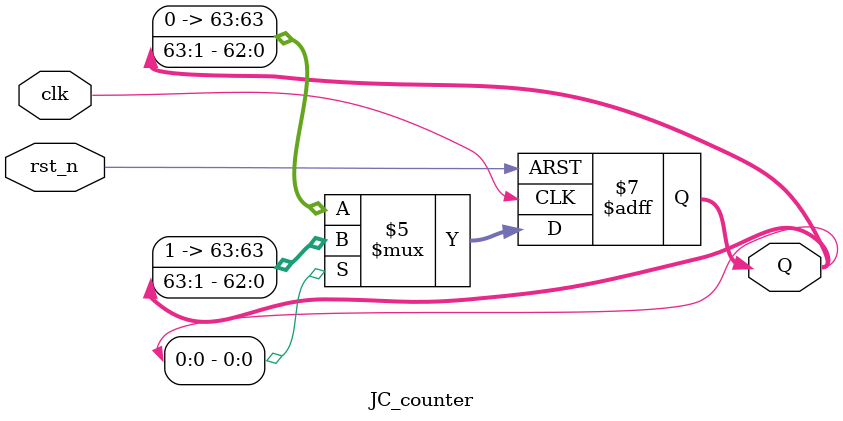
<source format=v>
`timescale 1ns/1ns

module JC_counter(
   input                clk ,
   input                rst_n,
 
   output reg [63:0]     Q  
);
    always@(posedge clk or negedge rst_n)begin
        if(!rst_n) Q <= 'd0;
        else if(!Q[0]) Q <= {1'b0, Q[63 : 1]};
        else Q <= {1'b1, Q[63 : 1]};
    end
endmodule

</source>
